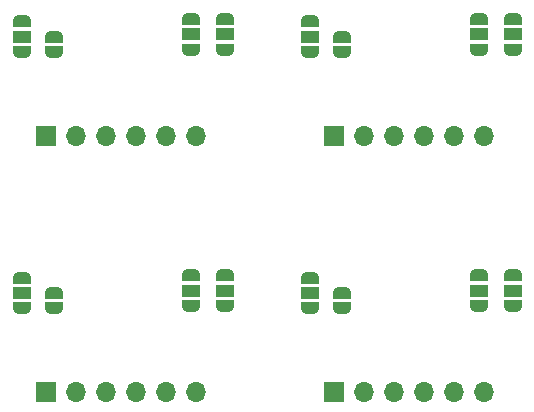
<source format=gbr>
%TF.GenerationSoftware,KiCad,Pcbnew,7.0.2-6a45011f42~172~ubuntu22.04.1*%
%TF.CreationDate,2023-07-04T10:01:33-03:00*%
%TF.ProjectId,TMP117_custom_board_panelize,544d5031-3137-45f6-9375-73746f6d5f62,rev?*%
%TF.SameCoordinates,Original*%
%TF.FileFunction,Soldermask,Bot*%
%TF.FilePolarity,Negative*%
%FSLAX46Y46*%
G04 Gerber Fmt 4.6, Leading zero omitted, Abs format (unit mm)*
G04 Created by KiCad (PCBNEW 7.0.2-6a45011f42~172~ubuntu22.04.1) date 2023-07-04 10:01:33*
%MOMM*%
%LPD*%
G01*
G04 APERTURE LIST*
G04 Aperture macros list*
%AMFreePoly0*
4,1,19,0.550000,-0.750000,0.000000,-0.750000,0.000000,-0.744911,-0.071157,-0.744911,-0.207708,-0.704816,-0.327430,-0.627875,-0.420627,-0.520320,-0.479746,-0.390866,-0.500000,-0.250000,-0.500000,0.250000,-0.479746,0.390866,-0.420627,0.520320,-0.327430,0.627875,-0.207708,0.704816,-0.071157,0.744911,0.000000,0.744911,0.000000,0.750000,0.550000,0.750000,0.550000,-0.750000,0.550000,-0.750000,
$1*%
%AMFreePoly1*
4,1,19,0.000000,0.744911,0.071157,0.744911,0.207708,0.704816,0.327430,0.627875,0.420627,0.520320,0.479746,0.390866,0.500000,0.250000,0.500000,-0.250000,0.479746,-0.390866,0.420627,-0.520320,0.327430,-0.627875,0.207708,-0.704816,0.071157,-0.744911,0.000000,-0.744911,0.000000,-0.750000,-0.550000,-0.750000,-0.550000,0.750000,0.000000,0.750000,0.000000,0.744911,0.000000,0.744911,
$1*%
%AMFreePoly2*
4,1,19,0.500000,-0.750000,0.000000,-0.750000,0.000000,-0.744911,-0.071157,-0.744911,-0.207708,-0.704816,-0.327430,-0.627875,-0.420627,-0.520320,-0.479746,-0.390866,-0.500000,-0.250000,-0.500000,0.250000,-0.479746,0.390866,-0.420627,0.520320,-0.327430,0.627875,-0.207708,0.704816,-0.071157,0.744911,0.000000,0.744911,0.000000,0.750000,0.500000,0.750000,0.500000,-0.750000,0.500000,-0.750000,
$1*%
%AMFreePoly3*
4,1,19,0.000000,0.744911,0.071157,0.744911,0.207708,0.704816,0.327430,0.627875,0.420627,0.520320,0.479746,0.390866,0.500000,0.250000,0.500000,-0.250000,0.479746,-0.390866,0.420627,-0.520320,0.327430,-0.627875,0.207708,-0.704816,0.071157,-0.744911,0.000000,-0.744911,0.000000,-0.750000,-0.500000,-0.750000,-0.500000,0.750000,0.000000,0.750000,0.000000,0.744911,0.000000,0.744911,
$1*%
G04 Aperture macros list end*
%ADD10FreePoly0,270.000000*%
%ADD11R,1.500000X1.000000*%
%ADD12FreePoly1,270.000000*%
%ADD13FreePoly2,90.000000*%
%ADD14FreePoly3,90.000000*%
%ADD15FreePoly0,90.000000*%
%ADD16FreePoly1,90.000000*%
%ADD17R,1.700000X1.700000*%
%ADD18O,1.700000X1.700000*%
G04 APERTURE END LIST*
D10*
%TO.C,PU1*%
X127921500Y-55772000D03*
D11*
X127921500Y-57072000D03*
D12*
X127921500Y-58372000D03*
%TD*%
D13*
%TO.C,LED1*%
X130664000Y-58372000D03*
D14*
X130664000Y-57072000D03*
%TD*%
D15*
%TO.C,AD1*%
X142264000Y-36468000D03*
D11*
X142264000Y-35168000D03*
D16*
X142264000Y-33868000D03*
%TD*%
D15*
%TO.C,AD1*%
X142264000Y-58172000D03*
D11*
X142264000Y-56872000D03*
D16*
X142264000Y-55572000D03*
%TD*%
D10*
%TO.C,PU1*%
X127921500Y-34068000D03*
D11*
X127921500Y-35368000D03*
D12*
X127921500Y-36668000D03*
%TD*%
D13*
%TO.C,LED1*%
X155048000Y-36668000D03*
D14*
X155048000Y-35368000D03*
%TD*%
D15*
%TO.C,AD2*%
X145106500Y-36468000D03*
D11*
X145106500Y-35168000D03*
D16*
X145106500Y-33868000D03*
%TD*%
D13*
%TO.C,LED1*%
X130664000Y-36668000D03*
D14*
X130664000Y-35368000D03*
%TD*%
D15*
%TO.C,AD1*%
X166648000Y-36468000D03*
D11*
X166648000Y-35168000D03*
D16*
X166648000Y-33868000D03*
%TD*%
D15*
%TO.C,AD1*%
X166648000Y-58172000D03*
D11*
X166648000Y-56872000D03*
D16*
X166648000Y-55572000D03*
%TD*%
D15*
%TO.C,AD2*%
X169490500Y-58172000D03*
D11*
X169490500Y-56872000D03*
D16*
X169490500Y-55572000D03*
%TD*%
D10*
%TO.C,PU1*%
X152305500Y-55772000D03*
D11*
X152305500Y-57072000D03*
D12*
X152305500Y-58372000D03*
%TD*%
D15*
%TO.C,AD2*%
X169490500Y-36468000D03*
D11*
X169490500Y-35168000D03*
D16*
X169490500Y-33868000D03*
%TD*%
D10*
%TO.C,PU1*%
X152305500Y-34068000D03*
D11*
X152305500Y-35368000D03*
D12*
X152305500Y-36668000D03*
%TD*%
D13*
%TO.C,LED1*%
X155048000Y-58372000D03*
D14*
X155048000Y-57072000D03*
%TD*%
D15*
%TO.C,AD2*%
X145106500Y-58172000D03*
D11*
X145106500Y-56872000D03*
D16*
X145106500Y-55572000D03*
%TD*%
D17*
%TO.C,J1*%
X129958000Y-43764000D03*
D18*
X132498000Y-43764000D03*
X135038000Y-43764000D03*
X137578000Y-43764000D03*
X140118000Y-43764000D03*
X142658000Y-43764000D03*
%TD*%
D17*
%TO.C,J1*%
X154342000Y-43764000D03*
D18*
X156882000Y-43764000D03*
X159422000Y-43764000D03*
X161962000Y-43764000D03*
X164502000Y-43764000D03*
X167042000Y-43764000D03*
%TD*%
D17*
%TO.C,J1*%
X129958000Y-65468000D03*
D18*
X132498000Y-65468000D03*
X135038000Y-65468000D03*
X137578000Y-65468000D03*
X140118000Y-65468000D03*
X142658000Y-65468000D03*
%TD*%
D17*
%TO.C,J1*%
X154342000Y-65468000D03*
D18*
X156882000Y-65468000D03*
X159422000Y-65468000D03*
X161962000Y-65468000D03*
X164502000Y-65468000D03*
X167042000Y-65468000D03*
%TD*%
M02*

</source>
